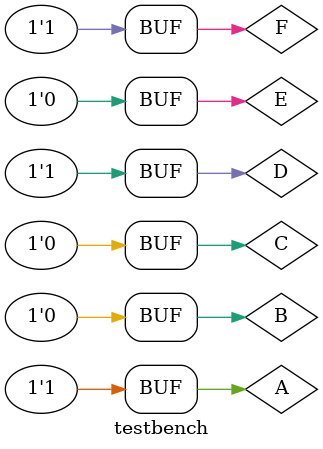
<source format=v>
`include "example.v"

module testbench;
    reg A, B, C, D, E, F; wire Y;
    example DUT (A, B, C, D, E, F, Y);

    initial begin
        $dumpfile("example.vcd");
        $dumpvars(0, DUT);
        $monitor($time, " A=%b B=%b C=%b D=%b E=%b F=%b Y=%b", A, B, C, D, E, F, Y);

        #5 A = 1; B = 0; C = 0; D = 1; E = 0; F = 0;
        #5 A = 0; B = 0; C = 1; D = 1; E = 0; F = 0;
        #5 A = 1; C = 0;
        #5 F = 1;
        $display("Test complete");
    end

endmodule
</source>
